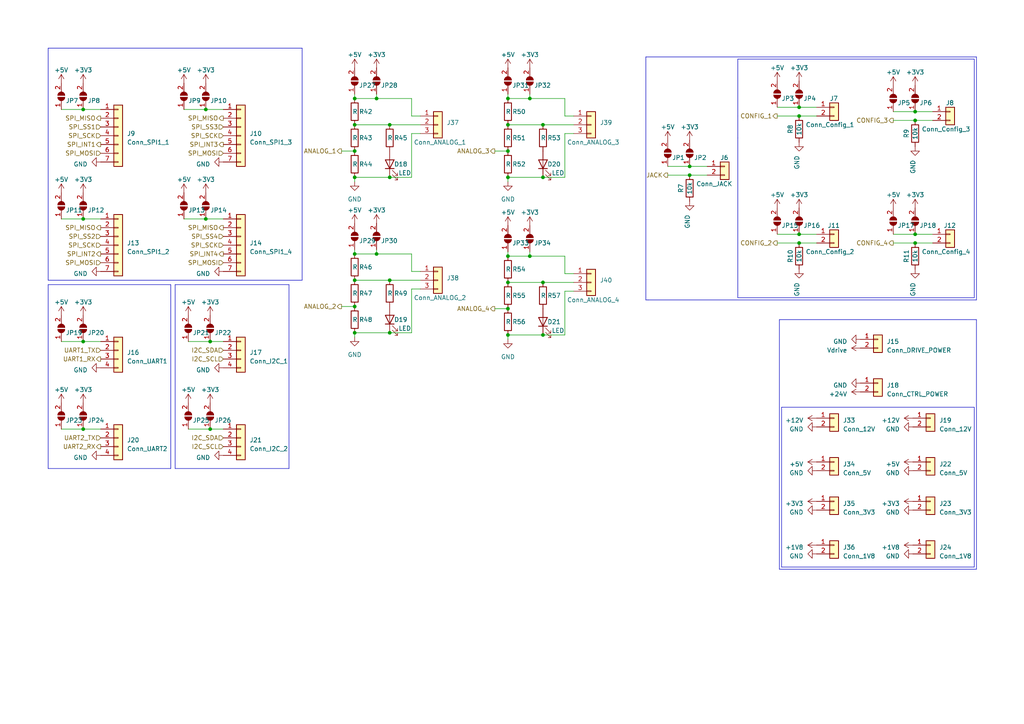
<source format=kicad_sch>
(kicad_sch (version 20221206) (generator eeschema)
  (paper "A4")
  (title_block (date "2022-11-20") (rev "v1.0"))
  (lib_symbols
    (symbol "Connector_Generic:Conn_01x02" (pin_names (offset 1.016) hide)
      (property "Reference" "J" (at 0 2.54 0))
      (property "Value" "Conn_01x02" (at 0 -5.08 0))
      (symbol "Conn_01x02_1_1"
        (pin passive line (at -5.08 0 0) (length 3.81) (name "Pin_1") (number "1"))
        (pin passive line (at -5.08 -2.54 0) (length 3.81) (name "Pin_2") (number "2"))
      )
    )
    (symbol "Connector_Generic:Conn_01x03" (pin_names (offset 1.016) hide)
      (property "Reference" "J" (at 0 5.08 0))
      (property "Value" "Conn_01x03" (at 0 -5.08 0))
      (symbol "Conn_01x03_1_1"
        (pin passive line (at -5.08 2.54 0) (length 3.81) (name "Pin_1") (number "1"))
        (pin passive line (at -5.08 0 0) (length 3.81) (name "Pin_2") (number "2"))
        (pin passive line (at -5.08 -2.54 0) (length 3.81) (name "Pin_3") (number "3"))
      )
    )
    (symbol "Connector_Generic:Conn_01x04" (pin_names (offset 1.016) hide)
      (property "Reference" "J" (at 0 5.08 0))
      (property "Value" "Conn_01x04" (at 0 -7.62 0))
      (symbol "Conn_01x04_1_1"
        (pin passive line (at -5.08 2.54 0) (length 3.81) (name "Pin_1") (number "1"))
        (pin passive line (at -5.08 0 0) (length 3.81) (name "Pin_2") (number "2"))
        (pin passive line (at -5.08 -2.54 0) (length 3.81) (name "Pin_3") (number "3"))
        (pin passive line (at -5.08 -5.08 0) (length 3.81) (name "Pin_4") (number "4"))
      )
    )
    (symbol "Connector_Generic:Conn_01x07" (pin_names (offset 1.016) hide)
      (property "Reference" "J" (at 0 10.16 0))
      (property "Value" "Conn_01x07" (at 0 -10.16 0))
      (symbol "Conn_01x07_1_1"
        (pin passive line (at -5.08 7.62 0) (length 3.81) (name "Pin_1") (number "1"))
        (pin passive line (at -5.08 5.08 0) (length 3.81) (name "Pin_2") (number "2"))
        (pin passive line (at -5.08 2.54 0) (length 3.81) (name "Pin_3") (number "3"))
        (pin passive line (at -5.08 0 0) (length 3.81) (name "Pin_4") (number "4"))
        (pin passive line (at -5.08 -2.54 0) (length 3.81) (name "Pin_5") (number "5"))
        (pin passive line (at -5.08 -5.08 0) (length 3.81) (name "Pin_6") (number "6"))
        (pin passive line (at -5.08 -7.62 0) (length 3.81) (name "Pin_7") (number "7"))
      )
    )
    (symbol "Device:LED" (pin_numbers hide) (pin_names (offset 1.016) hide)
      (property "Reference" "D" (at 0 2.54 0))
      (property "Value" "LED" (at 0 -2.54 0))
      (symbol "LED_1_1"
        (pin passive line (at -3.81 0 0) (length 2.54) (name "K") (number "1"))
        (pin passive line (at 3.81 0 180) (length 2.54) (name "A") (number "2"))
      )
    )
    (symbol "Device:R" (pin_numbers hide) (pin_names (offset 0))
      (property "Reference" "R" (at 2.032 0 90))
      (property "Value" "R" (at 0 0 90))
      (symbol "R_1_1"
        (pin passive line (at 0 3.81 270) (length 1.27) (name "~") (number "1"))
        (pin passive line (at 0 -3.81 90) (length 1.27) (name "~") (number "2"))
      )
    )
    (symbol "Jumper:SolderJumper_2_Open" (pin_names (offset 0) hide)
      (property "Reference" "JP" (at 0 2.032 0))
      (property "Value" "SolderJumper_2_Open" (at 0 -2.54 0))
      (symbol "SolderJumper_2_Open_1_1"
        (pin passive line (at -3.81 0 0) (length 2.54) (name "A") (number "1"))
        (pin passive line (at 3.81 0 180) (length 2.54) (name "B") (number "2"))
      )
    )
    (symbol "power:+12V" (power) (pin_names (offset 0))
      (property "Value" "+12V" (at 0 3.556 0))
      (symbol "+12V_1_1"
        (pin power_in line (at 0 0 90) (length 0) hide (name "+12V") (number "1"))
      )
    )
    (symbol "power:+1V8" (power) (pin_names (offset 0))
      (property "Value" "+1V8" (at 0 3.556 0))
      (symbol "+1V8_1_1"
        (pin power_in line (at 0 0 90) (length 0) hide (name "+1V8") (number "1"))
      )
    )
    (symbol "power:+24V" (power) (pin_names (offset 0))
      (property "Value" "+24V" (at 0 3.556 0))
      (symbol "+24V_1_1"
        (pin power_in line (at 0 0 90) (length 0) hide (name "+24V") (number "1"))
      )
    )
    (symbol "power:+3V3" (power) (pin_names (offset 0))
      (property "Value" "+3V3" (at 0 3.556 0))
      (symbol "+3V3_1_1"
        (pin power_in line (at 0 0 90) (length 0) hide (name "+3V3") (number "1"))
      )
    )
    (symbol "power:+5V" (power) (pin_names (offset 0))
      (property "Value" "+5V" (at 0 3.556 0))
      (symbol "+5V_1_1"
        (pin power_in line (at 0 0 90) (length 0) hide (name "+5V") (number "1"))
      )
    )
    (symbol "power:GND" (power) (pin_names (offset 0))
      (property "Value" "GND" (at 0 -3.81 0))
      (symbol "GND_1_1"
        (pin power_in line (at 0 0 270) (length 0) hide (name "GND") (number "1"))
      )
    )
    (symbol "power:Vdrive" (power) (pin_names (offset 0))
      (property "Value" "Vdrive" (at 0 3.81 0))
      (symbol "Vdrive_1_1"
        (pin power_in line (at 0 0 90) (length 0) hide (name "Vdrive") (number "1"))
      )
    )
  )
  (junction (at 153.67 74.295))
  (junction (at 102.87 73.66))
  (junction (at 147.32 97.155))
  (junction (at 147.32 89.535))
  (junction (at 113.03 96.52))
  (junction (at 200.025 50.8))
  (junction (at 147.32 74.295))
  (junction (at 231.775 31.115))
  (junction (at 113.03 36.195))
  (junction (at 153.67 28.575))
  (junction (at 60.96 99.06))
  (junction (at 102.87 81.28))
  (junction (at 157.48 81.915))
  (junction (at 24.13 99.06))
  (junction (at 147.32 81.915))
  (junction (at 147.32 28.575))
  (junction (at 265.43 67.945))
  (junction (at 147.32 36.195))
  (junction (at 102.87 51.435))
  (junction (at 265.43 34.925))
  (junction (at 147.32 51.435))
  (junction (at 231.775 70.485))
  (junction (at 157.48 51.435))
  (junction (at 113.03 51.435))
  (junction (at 265.43 70.485))
  (junction (at 102.87 88.9))
  (junction (at 147.32 43.815))
  (junction (at 102.87 36.195))
  (junction (at 59.69 31.75))
  (junction (at 265.43 32.385))
  (junction (at 24.13 124.46))
  (junction (at 231.775 67.945))
  (junction (at 102.87 43.815))
  (junction (at 60.96 124.46))
  (junction (at 102.87 28.575))
  (junction (at 59.69 63.5))
  (junction (at 102.87 96.52))
  (junction (at 109.22 73.66))
  (junction (at 24.13 63.5))
  (junction (at 109.22 28.575))
  (junction (at 200.025 48.26))
  (junction (at 24.13 31.75))
  (junction (at 157.48 97.155))
  (junction (at 157.48 36.195))
  (junction (at 113.03 81.28))
  (junction (at 231.775 33.655))
  (wire (pts (xy 119.38 78.74) (xy 119.38 73.66)))
  (polyline (pts (xy 50.8 82.55) (xy 83.82 82.55)))
  (wire (pts (xy 236.855 33.655) (xy 231.775 33.655)))
  (polyline (pts (xy 13.97 82.55) (xy 13.97 135.89)))
  (wire (pts (xy 163.83 38.735) (xy 163.83 51.435)))
  (polyline (pts (xy 282.575 17.145) (xy 282.575 86.36)))
  (wire (pts (xy 53.34 31.75) (xy 59.69 31.75)))
  (wire (pts (xy 119.38 38.735) (xy 119.38 51.435)))
  (wire (pts (xy 147.32 27.305) (xy 147.32 28.575)))
  (wire (pts (xy 231.775 70.485) (xy 225.425 70.485)))
  (wire (pts (xy 153.67 73.025) (xy 153.67 74.295)))
  (wire (pts (xy 200.025 48.26) (xy 205.105 48.26)))
  (wire (pts (xy 265.43 34.925) (xy 259.08 34.925)))
  (wire (pts (xy 236.855 70.485) (xy 231.775 70.485)))
  (wire (pts (xy 259.08 32.385) (xy 265.43 32.385)))
  (wire (pts (xy 102.87 81.28) (xy 113.03 81.28)))
  (polyline (pts (xy 187.96 86.995) (xy 187.325 86.995)))
  (wire (pts (xy 102.87 97.79) (xy 102.87 96.52)))
  (polyline (pts (xy 283.21 92.71) (xy 283.21 165.1)))
  (wire (pts (xy 193.675 48.26) (xy 200.025 48.26)))
  (wire (pts (xy 24.13 124.46) (xy 29.21 124.46)))
  (polyline (pts (xy 226.695 164.465) (xy 282.575 164.465)))
  (polyline (pts (xy 187.325 16.51) (xy 283.21 16.51)))
  (wire (pts (xy 157.48 51.435) (xy 163.83 51.435)))
  (wire (pts (xy 157.48 36.195) (xy 166.37 36.195)))
  (wire (pts (xy 24.13 63.5) (xy 29.21 63.5)))
  (wire (pts (xy 119.38 78.74) (xy 121.92 78.74)))
  (polyline (pts (xy 213.995 17.145) (xy 282.575 17.145)))
  (polyline (pts (xy 83.82 82.55) (xy 83.82 135.89)))
  (polyline (pts (xy 213.995 86.36) (xy 282.575 86.36)))
  (wire (pts (xy 113.03 81.28) (xy 121.92 81.28)))
  (wire (pts (xy 147.32 52.705) (xy 147.32 51.435)))
  (wire (pts (xy 102.87 51.435) (xy 113.03 51.435)))
  (wire (pts (xy 205.105 50.8) (xy 200.025 50.8)))
  (wire (pts (xy 163.83 79.375) (xy 163.83 74.295)))
  (polyline (pts (xy 213.995 40.005) (xy 213.995 40.005)))
  (wire (pts (xy 225.425 31.115) (xy 231.775 31.115)))
  (polyline (pts (xy 49.53 135.89) (xy 13.97 135.89)))
  (wire (pts (xy 102.87 36.195) (xy 113.03 36.195)))
  (wire (pts (xy 265.43 32.385) (xy 270.51 32.385)))
  (wire (pts (xy 259.08 67.945) (xy 265.43 67.945)))
  (wire (pts (xy 119.38 83.82) (xy 119.38 96.52)))
  (polyline (pts (xy 13.97 82.55) (xy 49.53 82.55)))
  (polyline (pts (xy 13.97 13.97) (xy 87.63 13.97)))
  (wire (pts (xy 17.78 63.5) (xy 24.13 63.5)))
  (wire (pts (xy 143.51 43.815) (xy 147.32 43.815)))
  (wire (pts (xy 147.32 97.155) (xy 157.48 97.155)))
  (wire (pts (xy 113.03 51.435) (xy 119.38 51.435)))
  (polyline (pts (xy 83.82 135.89) (xy 50.8 135.89)))
  (wire (pts (xy 119.38 28.575) (xy 109.22 28.575)))
  (wire (pts (xy 163.83 79.375) (xy 166.37 79.375)))
  (polyline (pts (xy 213.995 40.005) (xy 213.995 86.36)))
  (wire (pts (xy 143.51 89.535) (xy 147.32 89.535)))
  (wire (pts (xy 163.83 84.455) (xy 166.37 84.455)))
  (polyline (pts (xy 226.06 165.1) (xy 283.21 165.1)))
  (wire (pts (xy 163.83 74.295) (xy 153.67 74.295)))
  (wire (pts (xy 153.67 27.305) (xy 153.67 28.575)))
  (polyline (pts (xy 283.21 86.995) (xy 187.96 86.995)))
  (polyline (pts (xy 283.21 16.51) (xy 283.21 86.995)))
  (wire (pts (xy 59.69 63.5) (xy 64.77 63.5)))
  (wire (pts (xy 119.38 33.655) (xy 119.38 28.575)))
  (wire (pts (xy 147.32 98.425) (xy 147.32 97.155)))
  (wire (pts (xy 113.03 96.52) (xy 119.38 96.52)))
  (wire (pts (xy 163.83 28.575) (xy 153.67 28.575)))
  (wire (pts (xy 147.32 36.195) (xy 157.48 36.195)))
  (wire (pts (xy 17.78 99.06) (xy 24.13 99.06)))
  (wire (pts (xy 17.78 31.75) (xy 24.13 31.75)))
  (wire (pts (xy 54.61 99.06) (xy 60.96 99.06)))
  (wire (pts (xy 53.34 63.5) (xy 59.69 63.5)))
  (wire (pts (xy 60.96 124.46) (xy 64.77 124.46)))
  (wire (pts (xy 17.78 124.46) (xy 24.13 124.46)))
  (wire (pts (xy 54.61 124.46) (xy 60.96 124.46)))
  (wire (pts (xy 109.22 72.39) (xy 109.22 73.66)))
  (polyline (pts (xy 226.06 92.71) (xy 283.21 92.71)))
  (wire (pts (xy 270.51 70.485) (xy 265.43 70.485)))
  (wire (pts (xy 119.38 73.66) (xy 109.22 73.66)))
  (wire (pts (xy 102.87 27.305) (xy 102.87 28.575)))
  (wire (pts (xy 102.87 96.52) (xy 113.03 96.52)))
  (polyline (pts (xy 226.695 118.11) (xy 282.575 118.11)))
  (wire (pts (xy 225.425 67.945) (xy 231.775 67.945)))
  (wire (pts (xy 231.775 33.655) (xy 225.425 33.655)))
  (wire (pts (xy 265.43 67.945) (xy 270.51 67.945)))
  (wire (pts (xy 200.025 50.8) (xy 193.675 50.8)))
  (wire (pts (xy 163.83 84.455) (xy 163.83 97.155)))
  (wire (pts (xy 99.06 43.815) (xy 102.87 43.815)))
  (wire (pts (xy 163.83 33.655) (xy 163.83 28.575)))
  (wire (pts (xy 59.69 31.75) (xy 64.77 31.75)))
  (wire (pts (xy 147.32 73.025) (xy 147.32 74.295)))
  (wire (pts (xy 102.87 73.66) (xy 109.22 73.66)))
  (polyline (pts (xy 50.8 82.55) (xy 50.8 135.89)))
  (polyline (pts (xy 213.995 17.145) (xy 213.995 33.655)))
  (polyline (pts (xy 226.06 92.71) (xy 226.06 165.1)))
  (polyline (pts (xy 282.575 118.11) (xy 282.575 164.465)))
  (wire (pts (xy 113.03 36.195) (xy 121.92 36.195)))
  (wire (pts (xy 147.32 74.295) (xy 153.67 74.295)))
  (wire (pts (xy 231.775 31.115) (xy 236.855 31.115)))
  (wire (pts (xy 147.32 81.915) (xy 157.48 81.915)))
  (wire (pts (xy 157.48 97.155) (xy 163.83 97.155)))
  (polyline (pts (xy 213.995 33.655) (xy 213.995 40.005)))
  (polyline (pts (xy 226.695 118.11) (xy 226.695 164.465)))
  (polyline (pts (xy 187.325 16.51) (xy 187.325 86.995)))
  (wire (pts (xy 157.48 81.915) (xy 166.37 81.915)))
  (wire (pts (xy 102.87 72.39) (xy 102.87 73.66)))
  (polyline (pts (xy 87.63 81.28) (xy 13.97 81.28)))
  (wire (pts (xy 147.32 28.575) (xy 153.67 28.575)))
  (wire (pts (xy 119.38 38.735) (xy 121.92 38.735)))
  (wire (pts (xy 231.775 67.945) (xy 236.855 67.945)))
  (wire (pts (xy 24.13 31.75) (xy 29.21 31.75)))
  (wire (pts (xy 265.43 70.485) (xy 259.08 70.485)))
  (wire (pts (xy 163.83 38.735) (xy 166.37 38.735)))
  (polyline (pts (xy 87.63 13.97) (xy 87.63 81.28)))
  (polyline (pts (xy 49.53 82.55) (xy 49.53 135.89)))
  (wire (pts (xy 102.87 28.575) (xy 109.22 28.575)))
  (wire (pts (xy 99.06 88.9) (xy 102.87 88.9)))
  (wire (pts (xy 109.22 27.305) (xy 109.22 28.575)))
  (wire (pts (xy 119.38 33.655) (xy 121.92 33.655)))
  (wire (pts (xy 270.51 34.925) (xy 265.43 34.925)))
  (wire (pts (xy 147.32 51.435) (xy 157.48 51.435)))
  (wire (pts (xy 102.87 52.705) (xy 102.87 51.435)))
  (wire (pts (xy 24.13 99.06) (xy 29.21 99.06)))
  (wire (pts (xy 60.96 99.06) (xy 64.77 99.06)))
  (wire (pts (xy 163.83 33.655) (xy 166.37 33.655)))
  (wire (pts (xy 119.38 83.82) (xy 121.92 83.82)))
  (polyline (pts (xy 13.97 13.97) (xy 13.97 81.28)))
  (hierarchical_label "I2C_SCL" (shape input) (at 64.77 129.54 180))
  (hierarchical_label "SPI_MOSI" (shape input) (at 29.21 44.45 180))
  (hierarchical_label "I2C_SDA" (shape input) (at 64.77 127 180))
  (hierarchical_label "ANALOG_3" (shape output) (at 143.51 43.815 180))
  (hierarchical_label "CONFIG_3" (shape output) (at 259.08 34.925 180))
  (hierarchical_label "CONFIG_2" (shape output) (at 225.425 70.485 180))
  (hierarchical_label "ANALOG_1" (shape output) (at 99.06 43.815 180))
  (hierarchical_label "SPI_SCK" (shape input) (at 29.21 39.37 180))
  (hierarchical_label "ANALOG_4" (shape output) (at 143.51 89.535 180))
  (hierarchical_label "UART1_RX" (shape output) (at 29.21 104.14 180))
  (hierarchical_label "SPI_SCK" (shape input) (at 29.21 71.12 180))
  (hierarchical_label "SPI_MISO" (shape output) (at 29.21 34.29 180))
  (hierarchical_label "SPI_MISO" (shape output) (at 29.21 66.04 180))
  (hierarchical_label "SPI_SCK" (shape input) (at 64.77 39.37 180))
  (hierarchical_label "SPI_INT3" (shape output) (at 64.77 41.91 180))
  (hierarchical_label "SPI_SS1" (shape input) (at 29.21 36.83 180))
  (hierarchical_label "SPI_SCK" (shape input) (at 64.77 71.12 180))
  (hierarchical_label "SPI_MOSI" (shape input) (at 64.77 44.45 180))
  (hierarchical_label "SPI_SS3" (shape input) (at 64.77 36.83 180))
  (hierarchical_label "UART1_TX" (shape input) (at 29.21 101.6 180))
  (hierarchical_label "UART2_TX" (shape input) (at 29.21 127 180))
  (hierarchical_label "SPI_MOSI" (shape input) (at 64.77 76.2 180))
  (hierarchical_label "UART2_RX" (shape output) (at 29.21 129.54 180))
  (hierarchical_label "SPI_SS2" (shape input) (at 29.21 68.58 180))
  (hierarchical_label "I2C_SCL" (shape input) (at 64.77 104.14 180))
  (hierarchical_label "SPI_SS4" (shape input) (at 64.77 68.58 180))
  (hierarchical_label "SPI_MISO" (shape output) (at 64.77 66.04 180))
  (hierarchical_label "JACK" (shape output) (at 193.675 50.8 180))
  (hierarchical_label "SPI_MISO" (shape output) (at 64.77 34.29 180))
  (hierarchical_label "ANALOG_2" (shape output) (at 99.06 88.9 180))
  (hierarchical_label "SPI_MOSI" (shape input) (at 29.21 76.2 180))
  (hierarchical_label "SPI_INT4" (shape output) (at 64.77 73.66 180))
  (hierarchical_label "CONFIG_4" (shape output) (at 259.08 70.485 180))
  (hierarchical_label "SPI_INT2" (shape output) (at 29.21 73.66 180))
  (hierarchical_label "CONFIG_1" (shape output) (at 225.425 33.655 180))
  (hierarchical_label "SPI_INT1" (shape output) (at 29.21 41.91 180))
  (hierarchical_label "I2C_SDA" (shape input) (at 64.77 101.6 180))
  (symbol (lib_id "Connector_Generic:Conn_01x03") (at 171.45 81.915 0) (unit 1)
    (property "Reference" "J40" (at 173.99 81.28 0) (effects (justify left)))
    (property "Value" "Conn_ANALOG_4" (at 164.465 86.995 0) (effects (justify left)))
    (property "Footprint" "Connector_JST:JST_XH_B3B-XH-A_1x03_P2.50mm_Vertical" (effects hide))
  )
  (symbol (lib_id "power:+3V3") (at 60.96 91.44 0) (unit 1)
    (property "Reference" "#PWR0190" (effects hide))
    (property "Value" "+3V3" (at 60.96 87.63 0))
  )
  (symbol (lib_id "Device:R") (at 147.32 93.345 0) (unit 1)
    (property "Reference" "R56" (at 148.59 93.345 0) (effects (justify left)))
    (property "Value" "R" (at 146.685 93.345 0) (effects (justify left)))
    (property "Footprint" "Resistor_SMD:R_0805_2012Metric_Pad1.20x1.40mm_HandSolder" (effects hide))
  )
  (symbol (lib_id "power:+5V") (at 17.78 24.13 0) (unit 1)
    (property "Reference" "#PWR0168" (effects hide))
    (property "Value" "+5V" (at 17.78 20.32 0))
  )
  (symbol (lib_id "Device:R") (at 147.32 78.105 0) (unit 1)
    (property "Reference" "R54" (at 148.59 78.105 0) (effects (justify left)))
    (property "Value" "R" (at 146.685 78.105 0) (effects (justify left)))
    (property "Footprint" "Resistor_SMD:R_0805_2012Metric_Pad1.20x1.40mm_HandSolder" (effects hide))
  )
  (symbol (lib_id "power:+5V") (at 147.32 19.685 0) (unit 1)
    (property "Reference" "#PWR0261" (effects hide))
    (property "Value" "+5V" (at 147.32 15.875 0))
  )
  (symbol (lib_id "Jumper:SolderJumper_2_Open") (at 53.34 59.69 90) (unit 1)
    (property "Reference" "JP13" (at 54.61 60.96 90) (effects (justify right)))
    (property "Value" "SolderJumper_2_Open" (effects hide))
    (property "Footprint" "Jumper:SolderJumper-2_P1.3mm_Open_TrianglePad1.0x1.5mm" (effects hide))
  )
  (symbol (lib_id "Device:R") (at 200.025 54.61 180) (unit 1)
    (property "Reference" "R7" (at 197.485 54.61 90))
    (property "Value" "10k" (at 200.025 54.61 90))
    (property "Footprint" "Resistor_SMD:R_0805_2012Metric_Pad1.20x1.40mm_HandSolder" (effects hide))
  )
  (symbol (lib_id "Jumper:SolderJumper_2_Open") (at 24.13 27.94 90) (unit 1)
    (property "Reference" "JP8" (at 25.4 29.21 90) (effects (justify right)))
    (property "Value" "SolderJumper_2_Open" (effects hide))
    (property "Footprint" "Jumper:SolderJumper-2_P1.3mm_Open_TrianglePad1.0x1.5mm" (effects hide))
  )
  (symbol (lib_id "Connector_Generic:Conn_01x04") (at 69.85 101.6 0) (unit 1)
    (property "Reference" "J17" (at 72.39 102.235 0) (effects (justify left)))
    (property "Value" "Conn_I2C_1" (at 72.39 104.775 0) (effects (justify left)))
    (property "Footprint" "Connector_JST:JST_XH_B4B-XH-A_1x04_P2.50mm_Vertical" (effects hide))
  )
  (symbol (lib_id "power:GND") (at 264.795 123.825 270) (unit 1)
    (property "Reference" "#PWR0108" (effects hide))
    (property "Value" "GND" (at 260.985 124.46 90) (effects (justify right)))
  )
  (symbol (lib_id "power:+5V") (at 17.78 91.44 0) (unit 1)
    (property "Reference" "#PWR0176" (effects hide))
    (property "Value" "+5V" (at 17.78 87.63 0))
  )
  (symbol (lib_id "power:+3V3") (at 59.69 24.13 0) (unit 1)
    (property "Reference" "#PWR0182" (effects hide))
    (property "Value" "+3V3" (at 59.69 20.32 0))
  )
  (symbol (lib_id "Device:LED") (at 113.03 47.625 90) (unit 1)
    (property "Reference" "D18" (at 114.3 47.625 90) (effects (justify right)))
    (property "Value" "LED" (at 115.57 50.165 90) (effects (justify right)))
    (property "Footprint" "LED_SMD:LED_0805_2012Metric_Pad1.15x1.40mm_HandSolder" (effects hide))
  )
  (symbol (lib_id "power:+3V3") (at 265.43 24.765 0) (unit 1)
    (property "Reference" "#PWR0203" (effects hide))
    (property "Value" "+3V3" (at 265.43 20.955 0))
  )
  (symbol (lib_id "power:+3V3") (at 24.13 116.84 0) (unit 1)
    (property "Reference" "#PWR0175" (effects hide))
    (property "Value" "+3V3" (at 24.13 113.03 0))
  )
  (symbol (lib_id "Connector_Generic:Conn_01x02") (at 241.935 158.115 0) (unit 1)
    (property "Reference" "J36" (at 244.475 158.75 0) (effects (justify left)))
    (property "Value" "Conn_1V8" (at 244.475 161.29 0) (effects (justify left)))
    (property "Footprint" "Connector_JST:JST_XH_B2B-XH-A_1x02_P2.50mm_Vertical" (effects hide))
  )
  (symbol (lib_id "power:GND") (at 64.77 106.68 270) (unit 1)
    (property "Reference" "#PWR0192" (effects hide))
    (property "Value" "GND" (at 60.96 107.315 90) (effects (justify right)))
  )
  (symbol (lib_id "Device:R") (at 231.775 37.465 180) (unit 1)
    (property "Reference" "R8" (at 229.235 37.465 90))
    (property "Value" "10k" (at 231.775 37.465 90))
    (property "Footprint" "Resistor_SMD:R_0805_2012Metric_Pad1.20x1.40mm_HandSolder" (effects hide))
  )
  (symbol (lib_id "Device:R") (at 102.87 85.09 0) (unit 1)
    (property "Reference" "R47" (at 104.14 85.09 0) (effects (justify left)))
    (property "Value" "R" (at 102.235 85.09 0) (effects (justify left)))
    (property "Footprint" "Resistor_SMD:R_0805_2012Metric_Pad1.20x1.40mm_HandSolder" (effects hide))
  )
  (symbol (lib_id "power:GND") (at 236.855 136.525 270) (unit 1)
    (property "Reference" "#PWR0218" (effects hide))
    (property "Value" "GND" (at 233.045 137.16 90) (effects (justify right)))
  )
  (symbol (lib_id "power:GND") (at 29.21 132.08 270) (unit 1)
    (property "Reference" "#PWR0174" (effects hide))
    (property "Value" "GND" (at 25.4 132.715 90) (effects (justify right)))
  )
  (symbol (lib_id "Jumper:SolderJumper_2_Open") (at 225.425 27.305 90) (unit 1)
    (property "Reference" "JP3" (at 226.695 28.575 90) (effects (justify right)))
    (property "Value" "SolderJumper_2_Open" (effects hide))
    (property "Footprint" "Jumper:SolderJumper-2_P1.3mm_Open_TrianglePad1.0x1.5mm" (effects hide))
  )
  (symbol (lib_id "Jumper:SolderJumper_2_Open") (at 231.775 27.305 90) (unit 1)
    (property "Reference" "JP4" (at 233.045 28.575 90) (effects (justify right)))
    (property "Value" "SolderJumper_2_Open" (effects hide))
    (property "Footprint" "Jumper:SolderJumper-2_P1.3mm_Open_TrianglePad1.0x1.5mm" (effects hide))
  )
  (symbol (lib_id "Jumper:SolderJumper_2_Open") (at 17.78 27.94 90) (unit 1)
    (property "Reference" "JP7" (at 19.05 29.21 90) (effects (justify right)))
    (property "Value" "SolderJumper_2_Open" (effects hide))
    (property "Footprint" "Jumper:SolderJumper-2_P1.3mm_Open_TrianglePad1.0x1.5mm" (effects hide))
  )
  (symbol (lib_id "Jumper:SolderJumper_2_Open") (at 102.87 68.58 90) (unit 1)
    (property "Reference" "JP29" (at 104.14 69.85 90) (effects (justify right)))
    (property "Value" "SolderJumper_2_Open" (effects hide))
    (property "Footprint" "Jumper:SolderJumper-2_P1.3mm_Open_TrianglePad1.0x1.5mm" (effects hide))
  )
  (symbol (lib_id "power:GND") (at 29.21 106.68 270) (unit 1)
    (property "Reference" "#PWR0173" (effects hide))
    (property "Value" "GND" (at 25.4 107.315 90) (effects (justify right)))
  )
  (symbol (lib_id "Connector_Generic:Conn_01x02") (at 269.875 121.285 0) (unit 1)
    (property "Reference" "J19" (at 272.415 121.92 0) (effects (justify left)))
    (property "Value" "Conn_12V" (at 272.415 124.46 0) (effects (justify left)))
    (property "Footprint" "Connector_JST:JST_XH_B2B-XH-A_1x02_P2.50mm_Vertical" (effects hide))
  )
  (symbol (lib_id "Device:LED") (at 157.48 93.345 90) (unit 1)
    (property "Reference" "D21" (at 158.75 93.345 90) (effects (justify right)))
    (property "Value" "LED" (at 160.02 95.885 90) (effects (justify right)))
    (property "Footprint" "LED_SMD:LED_0805_2012Metric_Pad1.15x1.40mm_HandSolder" (effects hide))
  )
  (symbol (lib_id "Connector_Generic:Conn_01x02") (at 241.935 133.985 0) (unit 1)
    (property "Reference" "J34" (at 244.475 134.62 0) (effects (justify left)))
    (property "Value" "Conn_5V" (at 244.475 137.16 0) (effects (justify left)))
    (property "Footprint" "Connector_JST:JST_XH_B2B-XH-A_1x02_P2.50mm_Vertical" (effects hide))
  )
  (symbol (lib_id "power:+3V3") (at 231.775 23.495 0) (unit 1)
    (property "Reference" "#PWR0199" (effects hide))
    (property "Value" "+3V3" (at 231.775 19.685 0))
  )
  (symbol (lib_id "power:+3V3") (at 231.775 60.325 0) (unit 1)
    (property "Reference" "#PWR0256" (effects hide))
    (property "Value" "+3V3" (at 231.775 56.515 0))
  )
  (symbol (lib_id "Connector_Generic:Conn_01x02") (at 241.935 121.285 0) (unit 1)
    (property "Reference" "J33" (at 244.475 121.92 0) (effects (justify left)))
    (property "Value" "Conn_12V" (at 244.475 124.46 0) (effects (justify left)))
    (property "Footprint" "Connector_JST:JST_XH_B2B-XH-A_1x02_P2.50mm_Vertical" (effects hide))
  )
  (symbol (lib_id "Device:R") (at 231.775 74.295 180) (unit 1)
    (property "Reference" "R10" (at 229.235 74.295 90))
    (property "Value" "10k" (at 231.775 74.295 90))
    (property "Footprint" "Resistor_SMD:R_0805_2012Metric_Pad1.20x1.40mm_HandSolder" (effects hide))
  )
  (symbol (lib_id "power:GND") (at 249.555 111.125 270) (unit 1)
    (property "Reference" "#PWR0107" (effects hide))
    (property "Value" "GND" (at 245.745 111.76 90) (effects (justify right)))
  )
  (symbol (lib_id "power:GND") (at 264.795 160.655 270) (unit 1)
    (property "Reference" "#PWR0103" (effects hide))
    (property "Value" "GND" (at 260.985 161.29 90) (effects (justify right)))
  )
  (symbol (lib_id "Device:R") (at 113.03 40.005 0) (unit 1)
    (property "Reference" "R45" (at 114.3 40.005 0) (effects (justify left)))
    (property "Value" "R" (at 112.395 40.005 0) (effects (justify left)))
    (property "Footprint" "Resistor_SMD:R_0805_2012Metric_Pad1.20x1.40mm_HandSolder" (effects hide))
  )
  (symbol (lib_id "power:+5V") (at 53.34 55.88 0) (unit 1)
    (property "Reference" "#PWR0170" (effects hide))
    (property "Value" "+5V" (at 53.34 52.07 0))
  )
  (symbol (lib_id "power:+5V") (at 259.08 60.325 0) (unit 1)
    (property "Reference" "#PWR0202" (effects hide))
    (property "Value" "+5V" (at 259.08 56.515 0))
  )
  (symbol (lib_id "Jumper:SolderJumper_2_Open") (at 54.61 120.65 90) (unit 1)
    (property "Reference" "JP25" (at 55.88 121.92 90) (effects (justify right)))
    (property "Value" "SolderJumper_2_Open" (effects hide))
    (property "Footprint" "Jumper:SolderJumper-2_P1.3mm_Open_TrianglePad1.0x1.5mm" (effects hide))
  )
  (symbol (lib_id "power:GND") (at 264.795 136.525 270) (unit 1)
    (property "Reference" "#PWR0109" (effects hide))
    (property "Value" "GND" (at 260.985 137.16 90) (effects (justify right)))
  )
  (symbol (lib_id "Connector_Generic:Conn_01x04") (at 34.29 101.6 0) (unit 1)
    (property "Reference" "J16" (at 36.83 102.235 0) (effects (justify left)))
    (property "Value" "Conn_UART1" (at 36.83 104.775 0) (effects (justify left)))
    (property "Footprint" "Connector_JST:JST_XH_B4B-XH-A_1x04_P2.50mm_Vertical" (effects hide))
  )
  (symbol (lib_id "Device:R") (at 147.32 85.725 0) (unit 1)
    (property "Reference" "R55" (at 148.59 85.725 0) (effects (justify left)))
    (property "Value" "R" (at 146.685 85.725 0) (effects (justify left)))
    (property "Footprint" "Resistor_SMD:R_0805_2012Metric_Pad1.20x1.40mm_HandSolder" (effects hide))
  )
  (symbol (lib_id "Device:R") (at 265.43 74.295 180) (unit 1)
    (property "Reference" "R11" (at 262.89 74.295 90))
    (property "Value" "10k" (at 265.43 74.295 90))
    (property "Footprint" "Resistor_SMD:R_0805_2012Metric_Pad1.20x1.40mm_HandSolder" (effects hide))
  )
  (symbol (lib_id "Connector_Generic:Conn_01x02") (at 275.59 67.945 0) (unit 1)
    (property "Reference" "J12" (at 273.685 65.405 0) (effects (justify left)))
    (property "Value" "Conn_Config_4" (at 267.335 73.025 0) (effects (justify left)))
    (property "Footprint" "Connector_JST:JST_XH_B2B-XH-A_1x02_P2.50mm_Vertical" (effects hide))
  )
  (symbol (lib_id "Connector_Generic:Conn_01x04") (at 34.29 127 0) (unit 1)
    (property "Reference" "J20" (at 36.83 127.635 0) (effects (justify left)))
    (property "Value" "Conn_UART2" (at 36.83 130.175 0) (effects (justify left)))
    (property "Footprint" "Connector_JST:JST_XH_B4B-XH-A_1x04_P2.50mm_Vertical" (effects hide))
  )
  (symbol (lib_id "Connector_Generic:Conn_01x07") (at 69.85 39.37 0) (unit 1)
    (property "Reference" "J10" (at 72.39 38.735 0) (effects (justify left)))
    (property "Value" "Conn_SPI1_3" (at 72.39 41.275 0) (effects (justify left)))
    (property "Footprint" "Connector_JST:JST_XH_B7B-XH-A_1x07_P2.50mm_Vertical" (effects hide))
  )
  (symbol (lib_id "Device:R") (at 102.87 32.385 0) (unit 1)
    (property "Reference" "R42" (at 104.14 32.385 0) (effects (justify left)))
    (property "Value" "R" (at 102.235 32.385 0) (effects (justify left)))
    (property "Footprint" "Resistor_SMD:R_0805_2012Metric_Pad1.20x1.40mm_HandSolder" (effects hide))
  )
  (symbol (lib_id "Jumper:SolderJumper_2_Open") (at 17.78 59.69 90) (unit 1)
    (property "Reference" "JP11" (at 19.05 60.96 90) (effects (justify right)))
    (property "Value" "SolderJumper_2_Open" (effects hide))
    (property "Footprint" "Jumper:SolderJumper-2_P1.3mm_Open_TrianglePad1.0x1.5mm" (effects hide))
  )
  (symbol (lib_id "Jumper:SolderJumper_2_Open") (at 265.43 28.575 90) (unit 1)
    (property "Reference" "JP6" (at 266.7 29.845 90) (effects (justify right)))
    (property "Value" "SolderJumper_2_Open" (effects hide))
    (property "Footprint" "Jumper:SolderJumper-2_P1.3mm_Open_TrianglePad1.0x1.5mm" (effects hide))
  )
  (symbol (lib_id "power:+3V3") (at 153.67 19.685 0) (unit 1)
    (property "Reference" "#PWR0260" (effects hide))
    (property "Value" "+3V3" (at 153.67 15.875 0))
  )
  (symbol (lib_id "power:+3V3") (at 153.67 65.405 0) (unit 1)
    (property "Reference" "#PWR0262" (effects hide))
    (property "Value" "+3V3" (at 153.67 61.595 0))
  )
  (symbol (lib_id "power:+3V3") (at 236.855 145.415 90) (unit 1)
    (property "Reference" "#PWR0229" (effects hide))
    (property "Value" "+3V3" (at 233.045 146.05 90) (effects (justify left)))
  )
  (symbol (lib_id "power:+5V") (at 53.34 24.13 0) (unit 1)
    (property "Reference" "#PWR0179" (effects hide))
    (property "Value" "+5V" (at 53.34 20.32 0))
  )
  (symbol (lib_id "power:+3V3") (at 59.69 55.88 0) (unit 1)
    (property "Reference" "#PWR0172" (effects hide))
    (property "Value" "+3V3" (at 59.69 52.07 0))
  )
  (symbol (lib_id "power:GND") (at 231.775 78.105 0) (unit 1)
    (property "Reference" "#PWR0157" (effects hide))
    (property "Value" "GND" (at 231.14 81.915 90) (effects (justify right)))
  )
  (symbol (lib_id "Device:R") (at 102.87 40.005 0) (unit 1)
    (property "Reference" "R43" (at 104.14 40.005 0) (effects (justify left)))
    (property "Value" "R" (at 102.235 40.005 0) (effects (justify left)))
    (property "Footprint" "Resistor_SMD:R_0805_2012Metric_Pad1.20x1.40mm_HandSolder" (effects hide))
  )
  (symbol (lib_id "power:+12V") (at 236.855 121.285 90) (unit 1)
    (property "Reference" "#PWR0216" (effects hide))
    (property "Value" "+12V" (at 233.045 121.92 90) (effects (justify left)))
  )
  (symbol (lib_id "power:+5V") (at 264.795 133.985 90) (unit 1)
    (property "Reference" "#PWR0110" (effects hide))
    (property "Value" "+5V" (at 260.985 134.62 90) (effects (justify left)))
  )
  (symbol (lib_id "Device:R") (at 147.32 47.625 0) (unit 1)
    (property "Reference" "R52" (at 148.59 47.625 0) (effects (justify left)))
    (property "Value" "R" (at 146.685 47.625 0) (effects (justify left)))
    (property "Footprint" "Resistor_SMD:R_0805_2012Metric_Pad1.20x1.40mm_HandSolder" (effects hide))
  )
  (symbol (lib_id "Connector_Generic:Conn_01x02") (at 269.875 158.115 0) (unit 1)
    (property "Reference" "J24" (at 272.415 158.75 0) (effects (justify left)))
    (property "Value" "Conn_1V8" (at 272.415 161.29 0) (effects (justify left)))
    (property "Footprint" "Connector_JST:JST_XH_B2B-XH-A_1x02_P2.50mm_Vertical" (effects hide))
  )
  (symbol (lib_id "Jumper:SolderJumper_2_Open") (at 200.025 44.45 90) (unit 1)
    (property "Reference" "JP2" (at 201.295 45.72 90) (effects (justify right)))
    (property "Value" "SolderJumper_2_Open" (effects hide))
    (property "Footprint" "Jumper:SolderJumper-2_P1.3mm_Open_TrianglePad1.0x1.5mm" (effects hide))
  )
  (symbol (lib_id "power:GND") (at 64.77 78.74 270) (unit 1)
    (property "Reference" "#PWR0169" (effects hide))
    (property "Value" "GND" (at 60.96 79.375 90) (effects (justify right)))
  )
  (symbol (lib_id "power:GND") (at 264.795 147.955 270) (unit 1)
    (property "Reference" "#PWR0105" (effects hide))
    (property "Value" "GND" (at 260.985 148.59 90) (effects (justify right)))
  )
  (symbol (lib_id "power:+5V") (at 102.87 64.77 0) (unit 1)
    (property "Reference" "#PWR0254" (effects hide))
    (property "Value" "+5V" (at 102.87 60.96 0))
  )
  (symbol (lib_id "power:GND") (at 265.43 78.105 0) (unit 1)
    (property "Reference" "#PWR0160" (effects hide))
    (property "Value" "GND" (at 264.795 81.915 90) (effects (justify right)))
  )
  (symbol (lib_id "power:GND") (at 147.32 98.425 0) (unit 1)
    (property "Reference" "#PWR0264" (effects hide))
    (property "Value" "GND" (at 147.32 103.505 0))
  )
  (symbol (lib_id "Device:R") (at 157.48 40.005 0) (unit 1)
    (property "Reference" "R53" (at 158.75 40.005 0) (effects (justify left)))
    (property "Value" "R" (at 156.845 40.005 0) (effects (justify left)))
    (property "Footprint" "Resistor_SMD:R_0805_2012Metric_Pad1.20x1.40mm_HandSolder" (effects hide))
  )
  (symbol (lib_id "Connector_Generic:Conn_01x07") (at 34.29 71.12 0) (unit 1)
    (property "Reference" "J13" (at 36.83 70.485 0) (effects (justify left)))
    (property "Value" "Conn_SPI1_2" (at 36.83 73.025 0) (effects (justify left)))
    (property "Footprint" "Connector_JST:JST_XH_B7B-XH-A_1x07_P2.50mm_Vertical" (effects hide))
  )
  (symbol (lib_id "power:GND") (at 64.77 46.99 270) (unit 1)
    (property "Reference" "#PWR0171" (effects hide))
    (property "Value" "GND" (at 60.96 47.625 90) (effects (justify right)))
  )
  (symbol (lib_id "Jumper:SolderJumper_2_Open") (at 265.43 64.135 90) (unit 1)
    (property "Reference" "JP18" (at 266.7 65.405 90) (effects (justify right)))
    (property "Value" "SolderJumper_2_Open" (effects hide))
    (property "Footprint" "Jumper:SolderJumper-2_P1.3mm_Open_TrianglePad1.0x1.5mm" (effects hide))
  )
  (symbol (lib_id "power:GND") (at 236.855 160.655 270) (unit 1)
    (property "Reference" "#PWR0237" (effects hide))
    (property "Value" "GND" (at 233.045 161.29 90) (effects (justify right)))
  )
  (symbol (lib_id "power:+3V3") (at 265.43 60.325 0) (unit 1)
    (property "Reference" "#PWR0204" (effects hide))
    (property "Value" "+3V3" (at 265.43 56.515 0))
  )
  (symbol (lib_id "power:GND") (at 64.77 132.08 270) (unit 1)
    (property "Reference" "#PWR0193" (effects hide))
    (property "Value" "GND" (at 60.96 132.715 90) (effects (justify right)))
  )
  (symbol (lib_id "Connector_Generic:Conn_01x02") (at 241.935 145.415 0) (unit 1)
    (property "Reference" "J35" (at 244.475 146.05 0) (effects (justify left)))
    (property "Value" "Conn_3V3" (at 244.475 148.59 0) (effects (justify left)))
    (property "Footprint" "Connector_JST:JST_XH_B2B-XH-A_1x02_P2.50mm_Vertical" (effects hide))
  )
  (symbol (lib_id "Device:LED") (at 157.48 47.625 90) (unit 1)
    (property "Reference" "D20" (at 158.75 47.625 90) (effects (justify right)))
    (property "Value" "LED" (at 160.02 50.165 90) (effects (justify right)))
    (property "Footprint" "LED_SMD:LED_0805_2012Metric_Pad1.15x1.40mm_HandSolder" (effects hide))
  )
  (symbol (lib_id "Jumper:SolderJumper_2_Open") (at 54.61 95.25 90) (unit 1)
    (property "Reference" "JP21" (at 55.88 96.52 90) (effects (justify right)))
    (property "Value" "SolderJumper_2_Open" (effects hide))
    (property "Footprint" "Jumper:SolderJumper-2_P1.3mm_Open_TrianglePad1.0x1.5mm" (effects hide))
  )
  (symbol (lib_id "Jumper:SolderJumper_2_Open") (at 153.67 69.215 90) (unit 1)
    (property "Reference" "JP34" (at 154.94 70.485 90) (effects (justify right)))
    (property "Value" "SolderJumper_2_Open" (effects hide))
    (property "Footprint" "Jumper:SolderJumper-2_P1.3mm_Open_TrianglePad1.0x1.5mm" (effects hide))
  )
  (symbol (lib_id "power:GND") (at 102.87 97.79 0) (unit 1)
    (property "Reference" "#PWR0255" (effects hide))
    (property "Value" "GND" (at 102.87 102.87 0))
  )
  (symbol (lib_id "Device:R") (at 113.03 85.09 0) (unit 1)
    (property "Reference" "R49" (at 114.3 85.09 0) (effects (justify left)))
    (property "Value" "R" (at 112.395 85.09 0) (effects (justify left)))
    (property "Footprint" "Resistor_SMD:R_0805_2012Metric_Pad1.20x1.40mm_HandSolder" (effects hide))
  )
  (symbol (lib_id "Device:LED") (at 113.03 92.71 90) (unit 1)
    (property "Reference" "D19" (at 114.3 92.71 90) (effects (justify right)))
    (property "Value" "LED" (at 115.57 95.25 90) (effects (justify right)))
    (property "Footprint" "LED_SMD:LED_0805_2012Metric_Pad1.15x1.40mm_HandSolder" (effects hide))
  )
  (symbol (lib_id "power:+24V") (at 249.555 113.665 90) (unit 1)
    (property "Reference" "#PWR0111" (effects hide))
    (property "Value" "+24V" (at 245.745 114.3 90) (effects (justify left)))
  )
  (symbol (lib_id "power:+3V3") (at 109.22 19.685 0) (unit 1)
    (property "Reference" "#PWR0200" (effects hide))
    (property "Value" "+3V3" (at 109.22 15.875 0))
  )
  (symbol (lib_id "power:GND") (at 147.32 52.705 0) (unit 1)
    (property "Reference" "#PWR0259" (effects hide))
    (property "Value" "GND" (at 147.32 57.785 0))
  )
  (symbol (lib_id "Jumper:SolderJumper_2_Open") (at 59.69 27.94 90) (unit 1)
    (property "Reference" "JP10" (at 60.96 29.21 90) (effects (justify right)))
    (property "Value" "SolderJumper_2_Open" (effects hide))
    (property "Footprint" "Jumper:SolderJumper-2_P1.3mm_Open_TrianglePad1.0x1.5mm" (effects hide))
  )
  (symbol (lib_id "Jumper:SolderJumper_2_Open") (at 109.22 68.58 90) (unit 1)
    (property "Reference" "JP30" (at 110.49 69.85 90) (effects (justify right)))
    (property "Value" "SolderJumper_2_Open" (effects hide))
    (property "Footprint" "Jumper:SolderJumper-2_P1.3mm_Open_TrianglePad1.0x1.5mm" (effects hide))
  )
  (symbol (lib_id "Jumper:SolderJumper_2_Open") (at 109.22 23.495 90) (unit 1)
    (property "Reference" "JP28" (at 110.49 24.765 90) (effects (justify right)))
    (property "Value" "SolderJumper_2_Open" (effects hide))
    (property "Footprint" "Jumper:SolderJumper-2_P1.3mm_Open_TrianglePad1.0x1.5mm" (effects hide))
  )
  (symbol (lib_id "power:GND") (at 265.43 42.545 0) (unit 1)
    (property "Reference" "#PWR0161" (effects hide))
    (property "Value" "GND" (at 264.795 46.355 90) (effects (justify right)))
  )
  (symbol (lib_id "Connector_Generic:Conn_01x03") (at 127 36.195 0) (unit 1)
    (property "Reference" "J37" (at 129.54 35.56 0) (effects (justify left)))
    (property "Value" "Conn_ANALOG_1" (at 120.015 41.275 0) (effects (justify left)))
    (property "Footprint" "Connector_JST:JST_XH_B3B-XH-A_1x03_P2.50mm_Vertical" (effects hide))
  )
  (symbol (lib_id "Jumper:SolderJumper_2_Open") (at 24.13 95.25 90) (unit 1)
    (property "Reference" "JP20" (at 25.4 96.52 90) (effects (justify right)))
    (property "Value" "SolderJumper_2_Open" (effects hide))
    (property "Footprint" "Jumper:SolderJumper-2_P1.3mm_Open_TrianglePad1.0x1.5mm" (effects hide))
  )
  (symbol (lib_id "Connector_Generic:Conn_01x02") (at 254.635 111.125 0) (unit 1)
    (property "Reference" "J18" (at 257.175 111.76 0) (effects (justify left)))
    (property "Value" "Conn_CTRL_POWER" (at 257.175 114.3 0) (effects (justify left)))
    (property "Footprint" "Connector_AMASS:AMASS_XT60-F_1x02_P7.20mm_Vertical" (effects hide))
  )
  (symbol (lib_id "power:+3V3") (at 24.13 91.44 0) (unit 1)
    (property "Reference" "#PWR0177" (effects hide))
    (property "Value" "+3V3" (at 24.13 87.63 0))
  )
  (symbol (lib_id "power:+5V") (at 236.855 133.985 90) (unit 1)
    (property "Reference" "#PWR0219" (effects hide))
    (property "Value" "+5V" (at 233.045 134.62 90) (effects (justify left)))
  )
  (symbol (lib_id "Connector_Generic:Conn_01x02") (at 275.59 32.385 0) (unit 1)
    (property "Reference" "J8" (at 274.32 29.845 0) (effects (justify left)))
    (property "Value" "Conn_Config_3" (at 267.335 37.465 0) (effects (justify left)))
    (property "Footprint" "Connector_JST:JST_XH_B2B-XH-A_1x02_P2.50mm_Vertical" (effects hide))
  )
  (symbol (lib_id "Jumper:SolderJumper_2_Open") (at 24.13 59.69 90) (unit 1)
    (property "Reference" "JP12" (at 25.4 60.96 90) (effects (justify right)))
    (property "Value" "SolderJumper_2_Open" (effects hide))
    (property "Footprint" "Jumper:SolderJumper-2_P1.3mm_Open_TrianglePad1.0x1.5mm" (effects hide))
  )
  (symbol (lib_id "power:+5V") (at 54.61 116.84 0) (unit 1)
    (property "Reference" "#PWR0181" (effects hide))
    (property "Value" "+5V" (at 54.61 113.03 0))
  )
  (symbol (lib_id "power:+5V") (at 102.87 19.685 0) (unit 1)
    (property "Reference" "#PWR0198" (effects hide))
    (property "Value" "+5V" (at 102.87 15.875 0))
  )
  (symbol (lib_id "power:+3V3") (at 109.22 64.77 0) (unit 1)
    (property "Reference" "#PWR0238" (effects hide))
    (property "Value" "+3V3" (at 109.22 60.96 0))
  )
  (symbol (lib_id "Device:R") (at 147.32 40.005 0) (unit 1)
    (property "Reference" "R51" (at 148.59 40.005 0) (effects (justify left)))
    (property "Value" "R" (at 146.685 40.005 0) (effects (justify left)))
    (property "Footprint" "Resistor_SMD:R_0805_2012Metric_Pad1.20x1.40mm_HandSolder" (effects hide))
  )
  (symbol (lib_id "power:+1V8") (at 264.795 158.115 90) (unit 1)
    (property "Reference" "#PWR0106" (effects hide))
    (property "Value" "+1V8" (at 260.985 158.75 90) (effects (justify left)))
  )
  (symbol (lib_id "power:+3V3") (at 264.795 145.415 90) (unit 1)
    (property "Reference" "#PWR0104" (effects hide))
    (property "Value" "+3V3" (at 260.985 146.05 90) (effects (justify left)))
  )
  (symbol (lib_id "power:+5V") (at 193.675 40.64 0) (unit 1)
    (property "Reference" "#PWR0194" (effects hide))
    (property "Value" "+5V" (at 193.675 36.83 0))
  )
  (symbol (lib_id "power:GND") (at 231.775 41.275 0) (unit 1)
    (property "Reference" "#PWR0162" (effects hide))
    (property "Value" "GND" (at 231.14 45.085 90) (effects (justify right)))
  )
  (symbol (lib_id "Jumper:SolderJumper_2_Open") (at 59.69 59.69 90) (unit 1)
    (property "Reference" "JP14" (at 60.96 60.96 90) (effects (justify right)))
    (property "Value" "SolderJumper_2_Open" (effects hide))
    (property "Footprint" "Jumper:SolderJumper-2_P1.3mm_Open_TrianglePad1.0x1.5mm" (effects hide))
  )
  (symbol (lib_id "Jumper:SolderJumper_2_Open") (at 225.425 64.135 90) (unit 1)
    (property "Reference" "JP15" (at 226.695 65.405 90) (effects (justify right)))
    (property "Value" "SolderJumper_2_Open" (effects hide))
    (property "Footprint" "Jumper:SolderJumper-2_P1.3mm_Open_TrianglePad1.0x1.5mm" (effects hide))
  )
  (symbol (lib_id "Device:R") (at 102.87 77.47 0) (unit 1)
    (property "Reference" "R46" (at 104.14 77.47 0) (effects (justify left)))
    (property "Value" "R" (at 102.235 77.47 0) (effects (justify left)))
    (property "Footprint" "Resistor_SMD:R_0805_2012Metric_Pad1.20x1.40mm_HandSolder" (effects hide))
  )
  (symbol (lib_id "Connector_Generic:Conn_01x02") (at 269.875 145.415 0) (unit 1)
    (property "Reference" "J23" (at 272.415 146.05 0) (effects (justify left)))
    (property "Value" "Conn_3V3" (at 272.415 148.59 0) (effects (justify left)))
    (property "Footprint" "Connector_JST:JST_XH_B2B-XH-A_1x02_P2.50mm_Vertical" (effects hide))
  )
  (symbol (lib_id "power:GND") (at 200.025 58.42 0) (unit 1)
    (property "Reference" "#PWR0196" (effects hide))
    (property "Value" "GND" (at 199.39 62.23 90) (effects (justify right)))
  )
  (symbol (lib_id "Device:R") (at 102.87 47.625 0) (unit 1)
    (property "Reference" "R44" (at 104.14 47.625 0) (effects (justify left)))
    (property "Value" "R" (at 102.235 47.625 0) (effects (justify left)))
    (property "Footprint" "Resistor_SMD:R_0805_2012Metric_Pad1.20x1.40mm_HandSolder" (effects hide))
  )
  (symbol (lib_id "Device:R") (at 265.43 38.735 180) (unit 1)
    (property "Reference" "R9" (at 262.89 38.735 90))
    (property "Value" "10k" (at 265.43 38.735 90))
    (property "Footprint" "Resistor_SMD:R_0805_2012Metric_Pad1.20x1.40mm_HandSolder" (effects hide))
  )
  (symbol (lib_id "Connector_Generic:Conn_01x03") (at 127 81.28 0) (unit 1)
    (property "Reference" "J38" (at 129.54 80.645 0) (effects (justify left)))
    (property "Value" "Conn_ANALOG_2" (at 120.015 86.36 0) (effects (justify left)))
    (property "Footprint" "Connector_JST:JST_XH_B3B-XH-A_1x03_P2.50mm_Vertical" (effects hide))
  )
  (symbol (lib_id "power:GND") (at 236.855 147.955 270) (unit 1)
    (property "Reference" "#PWR0235" (effects hide))
    (property "Value" "GND" (at 233.045 148.59 90) (effects (justify right)))
  )
  (symbol (lib_id "Device:R") (at 147.32 32.385 0) (unit 1)
    (property "Reference" "R50" (at 148.59 32.385 0) (effects (justify left)))
    (property "Value" "R" (at 146.685 32.385 0) (effects (justify left)))
    (property "Footprint" "Resistor_SMD:R_0805_2012Metric_Pad1.20x1.40mm_HandSolder" (effects hide))
  )
  (symbol (lib_id "Jumper:SolderJumper_2_Open") (at 102.87 23.495 90) (unit 1)
    (property "Reference" "JP27" (at 104.14 24.765 90) (effects (justify right)))
    (property "Value" "SolderJumper_2_Open" (effects hide))
    (property "Footprint" "Jumper:SolderJumper-2_P1.3mm_Open_TrianglePad1.0x1.5mm" (effects hide))
  )
  (symbol (lib_id "Jumper:SolderJumper_2_Open") (at 60.96 120.65 90) (unit 1)
    (property "Reference" "JP26" (at 62.23 121.92 90) (effects (justify right)))
    (property "Value" "SolderJumper_2_Open" (effects hide))
    (property "Footprint" "Jumper:SolderJumper-2_P1.3mm_Open_TrianglePad1.0x1.5mm" (effects hide))
  )
  (symbol (lib_id "power:+5V") (at 225.425 60.325 0) (unit 1)
    (property "Reference" "#PWR0257" (effects hide))
    (property "Value" "+5V" (at 225.425 56.515 0))
  )
  (symbol (lib_id "Connector_Generic:Conn_01x02") (at 241.935 67.945 0) (unit 1)
    (property "Reference" "J11" (at 240.03 65.405 0) (effects (justify left)))
    (property "Value" "Conn_Config_2" (at 233.68 73.025 0) (effects (justify left)))
    (property "Footprint" "Connector_JST:JST_XH_B2B-XH-A_1x02_P2.50mm_Vertical" (effects hide))
  )
  (symbol (lib_id "Jumper:SolderJumper_2_Open") (at 17.78 95.25 90) (unit 1)
    (property "Reference" "JP19" (at 19.05 96.52 90) (effects (justify right)))
    (property "Value" "SolderJumper_2_Open" (effects hide))
    (property "Footprint" "Jumper:SolderJumper-2_P1.3mm_Open_TrianglePad1.0x1.5mm" (effects hide))
  )
  (symbol (lib_id "power:+3V3") (at 24.13 24.13 0) (unit 1)
    (property "Reference" "#PWR0167" (effects hide))
    (property "Value" "+3V3" (at 24.13 20.32 0))
  )
  (symbol (lib_id "Jumper:SolderJumper_2_Open") (at 193.675 44.45 90) (unit 1)
    (property "Reference" "JP1" (at 194.945 45.72 90) (effects (justify right)))
    (property "Value" "SolderJumper_2_Open" (effects hide))
    (property "Footprint" "Jumper:SolderJumper-2_P1.3mm_Open_TrianglePad1.0x1.5mm" (effects hide))
  )
  (symbol (lib_id "power:+5V") (at 17.78 116.84 0) (unit 1)
    (property "Reference" "#PWR0178" (effects hide))
    (property "Value" "+5V" (at 17.78 113.03 0))
  )
  (symbol (lib_id "power:+5V") (at 225.425 23.495 0) (unit 1)
    (property "Reference" "#PWR0197" (effects hide))
    (property "Value" "+5V" (at 225.425 19.685 0))
  )
  (symbol (lib_id "Connector_Generic:Conn_01x02") (at 210.185 48.26 0) (unit 1)
    (property "Reference" "J6" (at 208.915 45.72 0) (effects (justify left)))
    (property "Value" "Conn_JACK" (at 201.93 53.34 0) (effects (justify left)))
    (property "Footprint" "Connector_JST:JST_XH_B2B-XH-A_1x02_P2.50mm_Vertical" (effects hide))
  )
  (symbol (lib_id "Device:R") (at 102.87 92.71 0) (unit 1)
    (property "Reference" "R48" (at 104.14 92.71 0) (effects (justify left)))
    (property "Value" "R" (at 102.235 92.71 0) (effects (justify left)))
    (property "Footprint" "Resistor_SMD:R_0805_2012Metric_Pad1.20x1.40mm_HandSolder" (effects hide))
  )
  (symbol (lib_id "Jumper:SolderJumper_2_Open") (at 24.13 120.65 90) (unit 1)
    (property "Reference" "JP24" (at 25.4 121.92 90) (effects (justify right)))
    (property "Value" "SolderJumper_2_Open" (effects hide))
    (property "Footprint" "Jumper:SolderJumper-2_P1.3mm_Open_TrianglePad1.0x1.5mm" (effects hide))
  )
  (symbol (lib_id "Jumper:SolderJumper_2_Open") (at 53.34 27.94 90) (unit 1)
    (property "Reference" "JP9" (at 54.61 29.21 90) (effects (justify right)))
    (property "Value" "SolderJumper_2_Open" (effects hide))
    (property "Footprint" "Jumper:SolderJumper-2_P1.3mm_Open_TrianglePad1.0x1.5mm" (effects hide))
  )
  (symbol (lib_id "Jumper:SolderJumper_2_Open") (at 147.32 23.495 90) (unit 1)
    (property "Reference" "JP31" (at 148.59 24.765 90) (effects (justify right)))
    (property "Value" "SolderJumper_2_Open" (effects hide))
    (property "Footprint" "Jumper:SolderJumper-2_P1.3mm_Open_TrianglePad1.0x1.5mm" (effects hide))
  )
  (symbol (lib_id "Jumper:SolderJumper_2_Open") (at 17.78 120.65 90) (unit 1)
    (property "Reference" "JP23" (at 19.05 121.92 90) (effects (justify right)))
    (property "Value" "SolderJumper_2_Open" (effects hide))
    (property "Footprint" "Jumper:SolderJumper-2_P1.3mm_Open_TrianglePad1.0x1.5mm" (effects hide))
  )
  (symbol (lib_id "Jumper:SolderJumper_2_Open") (at 60.96 95.25 90) (unit 1)
    (property "Reference" "JP22" (at 62.23 96.52 90) (effects (justify right)))
    (property "Value" "SolderJumper_2_Open" (effects hide))
    (property "Footprint" "Jumper:SolderJumper-2_P1.3mm_Open_TrianglePad1.0x1.5mm" (effects hide))
  )
  (symbol (lib_id "power:+5V") (at 259.08 24.765 0) (unit 1)
    (property "Reference" "#PWR0201" (effects hide))
    (property "Value" "+5V" (at 259.08 20.955 0))
  )
  (symbol (lib_id "Jumper:SolderJumper_2_Open") (at 259.08 28.575 90) (unit 1)
    (property "Reference" "JP5" (at 260.35 29.845 90) (effects (justify right)))
    (property "Value" "SolderJumper_2_Open" (effects hide))
    (property "Footprint" "Jumper:SolderJumper-2_P1.3mm_Open_TrianglePad1.0x1.5mm" (effects hide))
  )
  (symbol (lib_id "Connector_Generic:Conn_01x07") (at 69.85 71.12 0) (unit 1)
    (property "Reference" "J14" (at 72.39 70.485 0) (effects (justify left)))
    (property "Value" "Conn_SPI1_4" (at 72.39 73.025 0) (effects (justify left)))
    (property "Footprint" "Connector_JST:JST_XH_B7B-XH-A_1x07_P2.50mm_Vertical" (effects hide))
  )
  (symbol (lib_id "power:+5V") (at 147.32 65.405 0) (unit 1)
    (property "Reference" "#PWR0263" (effects hide))
    (property "Value" "+5V" (at 147.32 61.595 0))
  )
  (symbol (lib_id "power:+1V8") (at 236.855 158.115 90) (unit 1)
    (property "Reference" "#PWR0236" (effects hide))
    (property "Value" "+1V8" (at 233.045 158.75 90) (effects (justify left)))
  )
  (symbol (lib_id "power:+3V3") (at 200.025 40.64 0) (unit 1)
    (property "Reference" "#PWR0195" (effects hide))
    (property "Value" "+3V3" (at 200.025 36.83 0))
  )
  (symbol (lib_id "power:+3V3") (at 24.13 55.88 0) (unit 1)
    (property "Reference" "#PWR0164" (effects hide))
    (property "Value" "+3V3" (at 24.13 52.07 0))
  )
  (symbol (lib_id "power:Vdrive") (at 249.555 100.965 90) (unit 1)
    (property "Reference" "#PWR0102" (effects hide))
    (property "Value" "Vdrive" (at 245.745 101.6 90) (effects (justify left)))
  )
  (symbol (lib_id "Connector_Generic:Conn_01x07") (at 34.29 39.37 0) (unit 1)
    (property "Reference" "J9" (at 36.83 38.735 0) (effects (justify left)))
    (property "Value" "Conn_SPI1_1" (at 36.83 41.275 0) (effects (justify left)))
    (property "Footprint" "Connector_JST:JST_XH_B7B-XH-A_1x07_P2.50mm_Vertical" (effects hide))
  )
  (symbol (lib_id "power:+5V") (at 17.78 55.88 0) (unit 1)
    (property "Reference" "#PWR0127" (effects hide))
    (property "Value" "+5V" (at 17.78 52.07 0))
  )
  (symbol (lib_id "power:+12V") (at 264.795 121.285 90) (unit 1)
    (property "Reference" "#PWR0118" (effects hide))
    (property "Value" "+12V" (at 260.985 121.92 90) (effects (justify left)))
  )
  (symbol (lib_id "power:+5V") (at 54.61 91.44 0) (unit 1)
    (property "Reference" "#PWR0180" (effects hide))
    (property "Value" "+5V" (at 54.61 87.63 0))
  )
  (symbol (lib_id "Device:R") (at 157.48 85.725 0) (unit 1)
    (property "Reference" "R57" (at 158.75 85.725 0) (effects (justify left)))
    (property "Value" "R" (at 156.845 85.725 0) (effects (justify left)))
    (property "Footprint" "Resistor_SMD:R_0805_2012Metric_Pad1.20x1.40mm_HandSolder" (effects hide))
  )
  (symbol (lib_id "Jumper:SolderJumper_2_Open") (at 259.08 64.135 90) (unit 1)
    (property "Reference" "JP17" (at 260.35 65.405 90) (effects (justify right)))
    (property "Value" "SolderJumper_2_Open" (effects hide))
    (property "Footprint" "Jumper:SolderJumper-2_P1.3mm_Open_TrianglePad1.0x1.5mm" (effects hide))
  )
  (symbol (lib_id "Connector_Generic:Conn_01x03") (at 171.45 36.195 0) (unit 1)
    (property "Reference" "J39" (at 173.99 35.56 0) (effects (justify left)))
    (property "Value" "Conn_ANALOG_3" (at 164.465 41.275 0) (effects (justify left)))
    (property "Footprint" "Connector_JST:JST_XH_B3B-XH-A_1x03_P2.50mm_Vertical" (effects hide))
  )
  (symbol (lib_id "power:GND") (at 29.21 46.99 270) (unit 1)
    (property "Reference" "#PWR0165" (effects hide))
    (property "Value" "GND" (at 25.4 47.625 90) (effects (justify right)))
  )
  (symbol (lib_id "power:+3V3") (at 60.96 116.84 0) (unit 1)
    (property "Reference" "#PWR0191" (effects hide))
    (property "Value" "+3V3" (at 60.96 113.03 0))
  )
  (symbol (lib_id "power:GND") (at 102.87 52.705 0) (unit 1)
    (property "Reference" "#PWR0217" (effects hide))
    (property "Value" "GND" (at 102.87 57.785 0))
  )
  (symbol (lib_id "power:GND") (at 249.555 98.425 270) (unit 1)
    (property "Reference" "#PWR0101" (effects hide))
    (property "Value" "GND" (at 245.745 99.06 90) (effects (justify right)))
  )
  (symbol (lib_id "power:GND") (at 29.21 78.74 270) (unit 1)
    (property "Reference" "#PWR0166" (effects hide))
    (property "Value" "GND" (at 25.4 79.375 90) (effects (justify right)))
  )
  (symbol (lib_id "Connector_Generic:Conn_01x02") (at 241.935 31.115 0) (unit 1)
    (property "Reference" "J7" (at 240.665 28.575 0) (effects (justify left)))
    (property "Value" "Conn_Config_1" (at 233.68 36.195 0) (effects (justify left)))
    (property "Footprint" "Connector_JST:JST_XH_B2B-XH-A_1x02_P2.50mm_Vertical" (effects hide))
  )
  (symbol (lib_id "Jumper:SolderJumper_2_Open") (at 153.67 23.495 90) (unit 1)
    (property "Reference" "JP32" (at 154.94 24.765 90) (effects (justify right)))
    (property "Value" "SolderJumper_2_Open" (effects hide))
    (property "Footprint" "Jumper:SolderJumper-2_P1.3mm_Open_TrianglePad1.0x1.5mm" (effects hide))
  )
  (symbol (lib_id "Connector_Generic:Conn_01x04") (at 69.85 127 0) (unit 1)
    (property "Reference" "J21" (at 72.39 127.635 0) (effects (justify left)))
    (property "Value" "Conn_I2C_2" (at 72.39 130.175 0) (effects (justify left)))
    (property "Footprint" "Connector_JST:JST_XH_B4B-XH-A_1x04_P2.50mm_Vertical" (effects hide))
  )
  (symbol (lib_id "power:GND") (at 236.855 123.825 270) (unit 1)
    (property "Reference" "#PWR0258" (effects hide))
    (property "Value" "GND" (at 233.045 124.46 90) (effects (justify right)))
  )
  (symbol (lib_id "Connector_Generic:Conn_01x02") (at 269.875 133.985 0) (unit 1)
    (property "Reference" "J22" (at 272.415 134.62 0) (effects (justify left)))
    (property "Value" "Conn_5V" (at 272.415 137.16 0) (effects (justify left)))
    (property "Footprint" "Connector_JST:JST_XH_B2B-XH-A_1x02_P2.50mm_Vertical" (effects hide))
  )
  (symbol (lib_id "Jumper:SolderJumper_2_Open") (at 147.32 69.215 90) (unit 1)
    (property "Reference" "JP33" (at 148.59 70.485 90) (effects (justify right)))
    (property "Value" "SolderJumper_2_Open" (effects hide))
    (property "Footprint" "Jumper:SolderJumper-2_P1.3mm_Open_TrianglePad1.0x1.5mm" (effects hide))
  )
  (symbol (lib_id "Connector_Generic:Conn_01x02") (at 254.635 98.425 0) (unit 1)
    (property "Reference" "J15" (at 257.175 99.06 0) (effects (justify left)))
    (property "Value" "Conn_DRIVE_POWER" (at 257.175 101.6 0) (effects (justify left)))
    (property "Footprint" "Connector_AMASS:AMASS_XT60-F_1x02_P7.20mm_Vertical" (effects hide))
  )
  (symbol (lib_id "Jumper:SolderJumper_2_Open") (at 231.775 64.135 90) (unit 1)
    (property "Reference" "JP16" (at 233.045 65.405 90) (effects (justify right)))
    (property "Value" "SolderJumper_2_Open" (effects hide))
    (property "Footprint" "Jumper:SolderJumper-2_P1.3mm_Open_TrianglePad1.0x1.5mm" (effects hide))
  )
)
</source>
